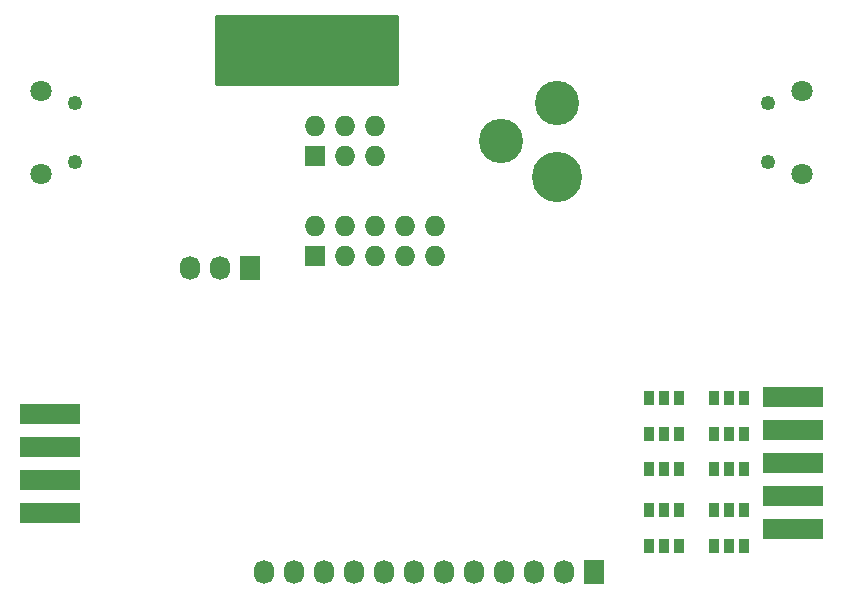
<source format=gbs>
G04 #@! TF.FileFunction,Soldermask,Bot*
%FSLAX46Y46*%
G04 Gerber Fmt 4.6, Leading zero omitted, Abs format (unit mm)*
G04 Created by KiCad (PCBNEW 4.0.0-rc1-stable) date 12/17/2015 4:31:31 PM*
%MOMM*%
G01*
G04 APERTURE LIST*
%ADD10C,0.100000*%
%ADD11R,5.080000X1.778000*%
%ADD12R,1.727200X1.727200*%
%ADD13O,1.727200X1.727200*%
%ADD14R,1.727200X2.032000*%
%ADD15O,1.727200X2.032000*%
%ADD16C,1.800000*%
%ADD17C,1.250000*%
%ADD18C,3.750000*%
%ADD19C,4.250000*%
%ADD20R,0.965200X1.270000*%
%ADD21C,0.254000*%
G04 APERTURE END LIST*
D10*
D11*
X42540000Y-147191000D03*
X42540000Y-144397000D03*
X42540000Y-141603000D03*
X42540000Y-138809000D03*
D12*
X65000000Y-125500000D03*
D13*
X65000000Y-122960000D03*
X67540000Y-125500000D03*
X67540000Y-122960000D03*
X70080000Y-125500000D03*
X70080000Y-122960000D03*
X72620000Y-125500000D03*
X72620000Y-122960000D03*
X75160000Y-125500000D03*
X75160000Y-122960000D03*
D12*
X65000000Y-117000000D03*
D13*
X65000000Y-114460000D03*
X67540000Y-117000000D03*
X67540000Y-114460000D03*
X70080000Y-117000000D03*
X70080000Y-114460000D03*
D14*
X59500000Y-126500000D03*
D15*
X56960000Y-126500000D03*
X54420000Y-126500000D03*
D16*
X41762540Y-111499100D03*
D17*
X44662540Y-112499100D03*
X44662540Y-117499100D03*
D16*
X41762540Y-118499100D03*
X106237460Y-118500900D03*
D17*
X103337460Y-117500900D03*
X103337460Y-112500900D03*
D16*
X106237460Y-111500900D03*
D14*
X88600000Y-152200000D03*
D15*
X86060000Y-152200000D03*
X83520000Y-152200000D03*
X80980000Y-152200000D03*
X78440000Y-152200000D03*
X75900000Y-152200000D03*
X73360000Y-152200000D03*
X70820000Y-152200000D03*
X68280000Y-152200000D03*
X65740000Y-152200000D03*
X63200000Y-152200000D03*
X60660000Y-152200000D03*
D18*
X85500000Y-112500000D03*
D19*
X85500000Y-118740000D03*
D18*
X80700000Y-115750000D03*
D11*
X105460000Y-140206000D03*
X105460000Y-143000000D03*
X105460000Y-145794000D03*
X105460000Y-148588000D03*
X105460000Y-137412000D03*
D20*
X93230000Y-150000000D03*
X94500000Y-150000000D03*
X95770000Y-150000000D03*
X93230000Y-140500000D03*
X94500000Y-140500000D03*
X95770000Y-140500000D03*
X93230000Y-137500000D03*
X94500000Y-137500000D03*
X95770000Y-137500000D03*
X93230000Y-147000000D03*
X94500000Y-147000000D03*
X95770000Y-147000000D03*
X93230000Y-143500000D03*
X94500000Y-143500000D03*
X95770000Y-143500000D03*
X98730000Y-150000000D03*
X100000000Y-150000000D03*
X101270000Y-150000000D03*
X98730000Y-140500000D03*
X100000000Y-140500000D03*
X101270000Y-140500000D03*
X98730000Y-137500000D03*
X100000000Y-137500000D03*
X101270000Y-137500000D03*
X98730000Y-147000000D03*
X100000000Y-147000000D03*
X101270000Y-147000000D03*
X98730000Y-143500000D03*
X100000000Y-143500000D03*
X101270000Y-143500000D03*
D21*
G36*
X71873000Y-110873000D02*
X56627000Y-110873000D01*
X56627000Y-105127000D01*
X71873000Y-105127000D01*
X71873000Y-110873000D01*
X71873000Y-110873000D01*
G37*
X71873000Y-110873000D02*
X56627000Y-110873000D01*
X56627000Y-105127000D01*
X71873000Y-105127000D01*
X71873000Y-110873000D01*
M02*

</source>
